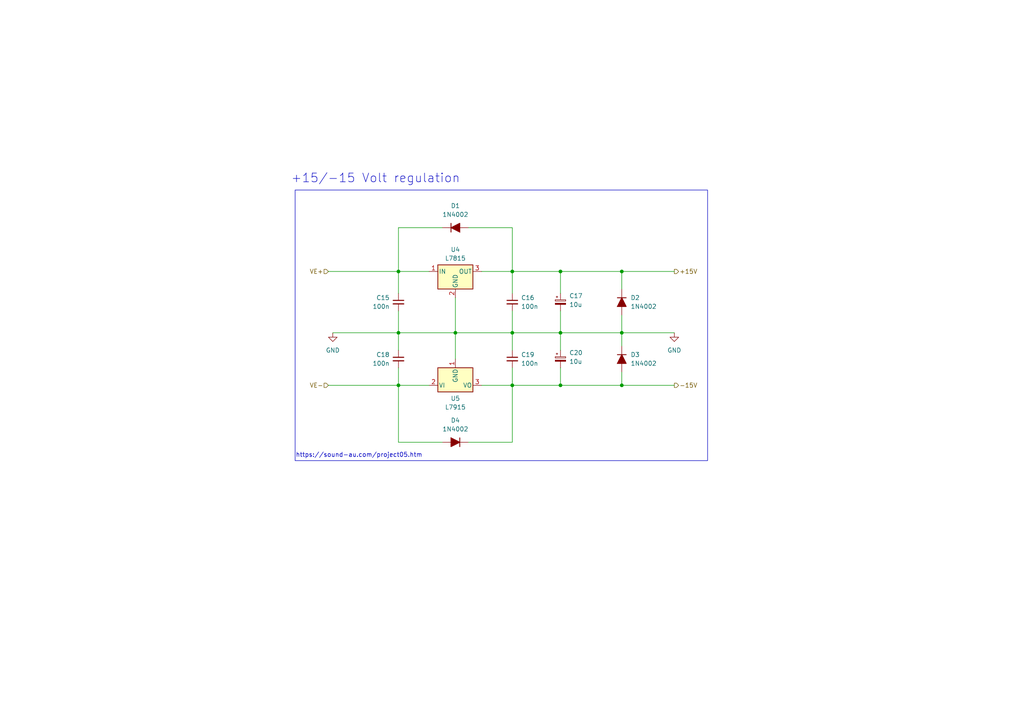
<source format=kicad_sch>
(kicad_sch
	(version 20231120)
	(generator "eeschema")
	(generator_version "8.0")
	(uuid "5a4e0a04-e41c-4eeb-9cc8-2c9c096573d6")
	(paper "A4")
	(title_block
		(title "Voltage Regulator")
		(rev "v1")
		(comment 1 "Karl Strålman")
	)
	(lib_symbols
		(symbol "Device:C_Polarized_Small"
			(pin_numbers hide)
			(pin_names
				(offset 0.254) hide)
			(exclude_from_sim no)
			(in_bom yes)
			(on_board yes)
			(property "Reference" "C"
				(at 0.254 1.778 0)
				(effects
					(font
						(size 1.27 1.27)
					)
					(justify left)
				)
			)
			(property "Value" "C_Polarized_Small"
				(at 0.254 -2.032 0)
				(effects
					(font
						(size 1.27 1.27)
					)
					(justify left)
				)
			)
			(property "Footprint" ""
				(at 0 0 0)
				(effects
					(font
						(size 1.27 1.27)
					)
					(hide yes)
				)
			)
			(property "Datasheet" "~"
				(at 0 0 0)
				(effects
					(font
						(size 1.27 1.27)
					)
					(hide yes)
				)
			)
			(property "Description" "Polarized capacitor, small symbol"
				(at 0 0 0)
				(effects
					(font
						(size 1.27 1.27)
					)
					(hide yes)
				)
			)
			(property "ki_keywords" "cap capacitor"
				(at 0 0 0)
				(effects
					(font
						(size 1.27 1.27)
					)
					(hide yes)
				)
			)
			(property "ki_fp_filters" "CP_*"
				(at 0 0 0)
				(effects
					(font
						(size 1.27 1.27)
					)
					(hide yes)
				)
			)
			(symbol "C_Polarized_Small_0_1"
				(rectangle
					(start -1.524 -0.3048)
					(end 1.524 -0.6858)
					(stroke
						(width 0)
						(type default)
					)
					(fill
						(type outline)
					)
				)
				(rectangle
					(start -1.524 0.6858)
					(end 1.524 0.3048)
					(stroke
						(width 0)
						(type default)
					)
					(fill
						(type none)
					)
				)
				(polyline
					(pts
						(xy -1.27 1.524) (xy -0.762 1.524)
					)
					(stroke
						(width 0)
						(type default)
					)
					(fill
						(type none)
					)
				)
				(polyline
					(pts
						(xy -1.016 1.27) (xy -1.016 1.778)
					)
					(stroke
						(width 0)
						(type default)
					)
					(fill
						(type none)
					)
				)
			)
			(symbol "C_Polarized_Small_1_1"
				(pin passive line
					(at 0 2.54 270)
					(length 1.8542)
					(name "~"
						(effects
							(font
								(size 1.27 1.27)
							)
						)
					)
					(number "1"
						(effects
							(font
								(size 1.27 1.27)
							)
						)
					)
				)
				(pin passive line
					(at 0 -2.54 90)
					(length 1.8542)
					(name "~"
						(effects
							(font
								(size 1.27 1.27)
							)
						)
					)
					(number "2"
						(effects
							(font
								(size 1.27 1.27)
							)
						)
					)
				)
			)
		)
		(symbol "Device:C_Small"
			(pin_numbers hide)
			(pin_names
				(offset 0.254) hide)
			(exclude_from_sim no)
			(in_bom yes)
			(on_board yes)
			(property "Reference" "C"
				(at 0.254 1.778 0)
				(effects
					(font
						(size 1.27 1.27)
					)
					(justify left)
				)
			)
			(property "Value" "C_Small"
				(at 0.254 -2.032 0)
				(effects
					(font
						(size 1.27 1.27)
					)
					(justify left)
				)
			)
			(property "Footprint" ""
				(at 0 0 0)
				(effects
					(font
						(size 1.27 1.27)
					)
					(hide yes)
				)
			)
			(property "Datasheet" "~"
				(at 0 0 0)
				(effects
					(font
						(size 1.27 1.27)
					)
					(hide yes)
				)
			)
			(property "Description" "Unpolarized capacitor, small symbol"
				(at 0 0 0)
				(effects
					(font
						(size 1.27 1.27)
					)
					(hide yes)
				)
			)
			(property "ki_keywords" "capacitor cap"
				(at 0 0 0)
				(effects
					(font
						(size 1.27 1.27)
					)
					(hide yes)
				)
			)
			(property "ki_fp_filters" "C_*"
				(at 0 0 0)
				(effects
					(font
						(size 1.27 1.27)
					)
					(hide yes)
				)
			)
			(symbol "C_Small_0_1"
				(polyline
					(pts
						(xy -1.524 -0.508) (xy 1.524 -0.508)
					)
					(stroke
						(width 0.3302)
						(type default)
					)
					(fill
						(type none)
					)
				)
				(polyline
					(pts
						(xy -1.524 0.508) (xy 1.524 0.508)
					)
					(stroke
						(width 0.3048)
						(type default)
					)
					(fill
						(type none)
					)
				)
			)
			(symbol "C_Small_1_1"
				(pin passive line
					(at 0 2.54 270)
					(length 2.032)
					(name "~"
						(effects
							(font
								(size 1.27 1.27)
							)
						)
					)
					(number "1"
						(effects
							(font
								(size 1.27 1.27)
							)
						)
					)
				)
				(pin passive line
					(at 0 -2.54 90)
					(length 2.032)
					(name "~"
						(effects
							(font
								(size 1.27 1.27)
							)
						)
					)
					(number "2"
						(effects
							(font
								(size 1.27 1.27)
							)
						)
					)
				)
			)
		)
		(symbol "PCM_Diode_AKL:1N4002"
			(pin_numbers hide)
			(pin_names
				(offset 1.016) hide)
			(exclude_from_sim no)
			(in_bom yes)
			(on_board yes)
			(property "Reference" "D"
				(at 0 5.08 0)
				(effects
					(font
						(size 1.27 1.27)
					)
				)
			)
			(property "Value" "1N4002"
				(at 0 2.54 0)
				(effects
					(font
						(size 1.27 1.27)
					)
				)
			)
			(property "Footprint" "PCM_Diode_THT_AKL:D_DO-41_SOD81_P7.62mm_Horizontal"
				(at 0 0 0)
				(effects
					(font
						(size 1.27 1.27)
					)
					(hide yes)
				)
			)
			(property "Datasheet" "https://www.tme.eu/Document/5f8ffc5ac30fc86bac97d66040bf5502/1n400x.pdf"
				(at 0 0 0)
				(effects
					(font
						(size 1.27 1.27)
					)
					(hide yes)
				)
			)
			(property "Description" "DO-41 Diode, Rectifier, 100V, 1A, Alternate KiCad Library"
				(at 0 0 0)
				(effects
					(font
						(size 1.27 1.27)
					)
					(hide yes)
				)
			)
			(property "ki_keywords" "diode 1N4002 DO41"
				(at 0 0 0)
				(effects
					(font
						(size 1.27 1.27)
					)
					(hide yes)
				)
			)
			(property "ki_fp_filters" "TO-???* *_Diode_* *SingleDiode* D_*"
				(at 0 0 0)
				(effects
					(font
						(size 1.27 1.27)
					)
					(hide yes)
				)
			)
			(symbol "1N4002_0_1"
				(polyline
					(pts
						(xy -1.27 0) (xy 1.27 0)
					)
					(stroke
						(width 0)
						(type default)
					)
					(fill
						(type none)
					)
				)
				(polyline
					(pts
						(xy 1.27 1.27) (xy 1.27 -1.27)
					)
					(stroke
						(width 0.254)
						(type default)
					)
					(fill
						(type none)
					)
				)
				(polyline
					(pts
						(xy -1.27 1.27) (xy -1.27 -1.27) (xy 1.27 0) (xy -1.27 1.27)
					)
					(stroke
						(width 0.254)
						(type default)
					)
					(fill
						(type outline)
					)
				)
			)
			(symbol "1N4002_0_2"
				(polyline
					(pts
						(xy -2.54 -2.54) (xy 2.54 2.54)
					)
					(stroke
						(width 0)
						(type default)
					)
					(fill
						(type none)
					)
				)
				(polyline
					(pts
						(xy 0 1.778) (xy 1.778 0)
					)
					(stroke
						(width 0.254)
						(type default)
					)
					(fill
						(type none)
					)
				)
				(polyline
					(pts
						(xy -0.889 -0.889) (xy -1.778 0) (xy 0.889 0.889) (xy 0 -1.778) (xy -0.889 -0.889)
					)
					(stroke
						(width 0.254)
						(type default)
					)
					(fill
						(type outline)
					)
				)
			)
			(symbol "1N4002_1_1"
				(pin passive line
					(at 3.81 0 180)
					(length 2.54)
					(name "K"
						(effects
							(font
								(size 1.27 1.27)
							)
						)
					)
					(number "1"
						(effects
							(font
								(size 1.27 1.27)
							)
						)
					)
				)
				(pin passive line
					(at -3.81 0 0)
					(length 2.54)
					(name "A"
						(effects
							(font
								(size 1.27 1.27)
							)
						)
					)
					(number "2"
						(effects
							(font
								(size 1.27 1.27)
							)
						)
					)
				)
			)
			(symbol "1N4002_1_2"
				(pin passive line
					(at 2.54 2.54 180)
					(length 0)
					(name "K"
						(effects
							(font
								(size 1.27 1.27)
							)
						)
					)
					(number "1"
						(effects
							(font
								(size 1.27 1.27)
							)
						)
					)
				)
				(pin passive line
					(at -2.54 -2.54 0)
					(length 0)
					(name "A"
						(effects
							(font
								(size 1.27 1.27)
							)
						)
					)
					(number "2"
						(effects
							(font
								(size 1.27 1.27)
							)
						)
					)
				)
			)
		)
		(symbol "Regulator_Linear:L7815"
			(pin_names
				(offset 0.254)
			)
			(exclude_from_sim no)
			(in_bom yes)
			(on_board yes)
			(property "Reference" "U"
				(at -3.81 3.175 0)
				(effects
					(font
						(size 1.27 1.27)
					)
				)
			)
			(property "Value" "L7815"
				(at 0 3.175 0)
				(effects
					(font
						(size 1.27 1.27)
					)
					(justify left)
				)
			)
			(property "Footprint" ""
				(at 0.635 -3.81 0)
				(effects
					(font
						(size 1.27 1.27)
						(italic yes)
					)
					(justify left)
					(hide yes)
				)
			)
			(property "Datasheet" "http://www.st.com/content/ccc/resource/technical/document/datasheet/41/4f/b3/b0/12/d4/47/88/CD00000444.pdf/files/CD00000444.pdf/jcr:content/translations/en.CD00000444.pdf"
				(at 0 -1.27 0)
				(effects
					(font
						(size 1.27 1.27)
					)
					(hide yes)
				)
			)
			(property "Description" "Positive 1.5A 35V Linear Regulator, Fixed Output 15V, TO-220/TO-263/TO-252"
				(at 0 0 0)
				(effects
					(font
						(size 1.27 1.27)
					)
					(hide yes)
				)
			)
			(property "ki_keywords" "Voltage Regulator 1.5A Positive"
				(at 0 0 0)
				(effects
					(font
						(size 1.27 1.27)
					)
					(hide yes)
				)
			)
			(property "ki_fp_filters" "TO?252* TO?263* TO?220*"
				(at 0 0 0)
				(effects
					(font
						(size 1.27 1.27)
					)
					(hide yes)
				)
			)
			(symbol "L7815_0_1"
				(rectangle
					(start -5.08 1.905)
					(end 5.08 -5.08)
					(stroke
						(width 0.254)
						(type default)
					)
					(fill
						(type background)
					)
				)
			)
			(symbol "L7815_1_1"
				(pin power_in line
					(at -7.62 0 0)
					(length 2.54)
					(name "IN"
						(effects
							(font
								(size 1.27 1.27)
							)
						)
					)
					(number "1"
						(effects
							(font
								(size 1.27 1.27)
							)
						)
					)
				)
				(pin power_in line
					(at 0 -7.62 90)
					(length 2.54)
					(name "GND"
						(effects
							(font
								(size 1.27 1.27)
							)
						)
					)
					(number "2"
						(effects
							(font
								(size 1.27 1.27)
							)
						)
					)
				)
				(pin power_out line
					(at 7.62 0 180)
					(length 2.54)
					(name "OUT"
						(effects
							(font
								(size 1.27 1.27)
							)
						)
					)
					(number "3"
						(effects
							(font
								(size 1.27 1.27)
							)
						)
					)
				)
			)
		)
		(symbol "Regulator_Linear:L7915"
			(pin_names
				(offset 0.254)
			)
			(exclude_from_sim no)
			(in_bom yes)
			(on_board yes)
			(property "Reference" "U"
				(at -3.81 -3.175 0)
				(effects
					(font
						(size 1.27 1.27)
					)
				)
			)
			(property "Value" "L7915"
				(at 0 -3.175 0)
				(effects
					(font
						(size 1.27 1.27)
					)
					(justify left)
				)
			)
			(property "Footprint" ""
				(at 0 -5.08 0)
				(effects
					(font
						(size 1.27 1.27)
						(italic yes)
					)
					(hide yes)
				)
			)
			(property "Datasheet" "http://www.st.com/content/ccc/resource/technical/document/datasheet/c9/16/86/41/c7/2b/45/f2/CD00000450.pdf/files/CD00000450.pdf/jcr:content/translations/en.CD00000450.pdf"
				(at 0 0 0)
				(effects
					(font
						(size 1.27 1.27)
					)
					(hide yes)
				)
			)
			(property "Description" "Negative 1.5A 35V Linear Regulator, Fixed Output -15V, TO-220/TO-263"
				(at 0 0 0)
				(effects
					(font
						(size 1.27 1.27)
					)
					(hide yes)
				)
			)
			(property "ki_keywords" "Voltage Regulator 1.5A Negative"
				(at 0 0 0)
				(effects
					(font
						(size 1.27 1.27)
					)
					(hide yes)
				)
			)
			(property "ki_fp_filters" "TO?220* TO?263*"
				(at 0 0 0)
				(effects
					(font
						(size 1.27 1.27)
					)
					(hide yes)
				)
			)
			(symbol "L7915_0_1"
				(rectangle
					(start -5.08 5.08)
					(end 5.08 -1.905)
					(stroke
						(width 0.254)
						(type default)
					)
					(fill
						(type background)
					)
				)
			)
			(symbol "L7915_1_1"
				(pin power_in line
					(at 0 7.62 270)
					(length 2.54)
					(name "GND"
						(effects
							(font
								(size 1.27 1.27)
							)
						)
					)
					(number "1"
						(effects
							(font
								(size 1.27 1.27)
							)
						)
					)
				)
				(pin power_in line
					(at -7.62 0 0)
					(length 2.54)
					(name "VI"
						(effects
							(font
								(size 1.27 1.27)
							)
						)
					)
					(number "2"
						(effects
							(font
								(size 1.27 1.27)
							)
						)
					)
				)
				(pin power_out line
					(at 7.62 0 180)
					(length 2.54)
					(name "VO"
						(effects
							(font
								(size 1.27 1.27)
							)
						)
					)
					(number "3"
						(effects
							(font
								(size 1.27 1.27)
							)
						)
					)
				)
			)
		)
		(symbol "power:GND"
			(power)
			(pin_numbers hide)
			(pin_names
				(offset 0) hide)
			(exclude_from_sim no)
			(in_bom yes)
			(on_board yes)
			(property "Reference" "#PWR"
				(at 0 -6.35 0)
				(effects
					(font
						(size 1.27 1.27)
					)
					(hide yes)
				)
			)
			(property "Value" "GND"
				(at 0 -3.81 0)
				(effects
					(font
						(size 1.27 1.27)
					)
				)
			)
			(property "Footprint" ""
				(at 0 0 0)
				(effects
					(font
						(size 1.27 1.27)
					)
					(hide yes)
				)
			)
			(property "Datasheet" ""
				(at 0 0 0)
				(effects
					(font
						(size 1.27 1.27)
					)
					(hide yes)
				)
			)
			(property "Description" "Power symbol creates a global label with name \"GND\" , ground"
				(at 0 0 0)
				(effects
					(font
						(size 1.27 1.27)
					)
					(hide yes)
				)
			)
			(property "ki_keywords" "global power"
				(at 0 0 0)
				(effects
					(font
						(size 1.27 1.27)
					)
					(hide yes)
				)
			)
			(symbol "GND_0_1"
				(polyline
					(pts
						(xy 0 0) (xy 0 -1.27) (xy 1.27 -1.27) (xy 0 -2.54) (xy -1.27 -1.27) (xy 0 -1.27)
					)
					(stroke
						(width 0)
						(type default)
					)
					(fill
						(type none)
					)
				)
			)
			(symbol "GND_1_1"
				(pin power_in line
					(at 0 0 270)
					(length 0)
					(name "~"
						(effects
							(font
								(size 1.27 1.27)
							)
						)
					)
					(number "1"
						(effects
							(font
								(size 1.27 1.27)
							)
						)
					)
				)
			)
		)
	)
	(junction
		(at 180.34 96.52)
		(diameter 0)
		(color 0 0 0 0)
		(uuid "03d80d21-829b-4d2b-9c30-41297c5e0af6")
	)
	(junction
		(at 162.56 111.76)
		(diameter 0)
		(color 0 0 0 0)
		(uuid "04878b46-8040-4009-8145-c38a76bd5df4")
	)
	(junction
		(at 148.59 78.74)
		(diameter 0)
		(color 0 0 0 0)
		(uuid "6af8d73c-7979-47b6-a903-d87be50b7abb")
	)
	(junction
		(at 115.57 78.74)
		(diameter 0)
		(color 0 0 0 0)
		(uuid "6f08912f-7123-45f5-a618-5b177569e7cf")
	)
	(junction
		(at 162.56 78.74)
		(diameter 0)
		(color 0 0 0 0)
		(uuid "7390e08a-d562-4935-928e-4942c61126b2")
	)
	(junction
		(at 115.57 111.76)
		(diameter 0)
		(color 0 0 0 0)
		(uuid "7c0aaa5f-6810-412a-a607-ee9a5c9a576d")
	)
	(junction
		(at 180.34 78.74)
		(diameter 0)
		(color 0 0 0 0)
		(uuid "8d24d9cb-6851-4301-8c63-28df3598ed93")
	)
	(junction
		(at 148.59 96.52)
		(diameter 0)
		(color 0 0 0 0)
		(uuid "a476d782-8a44-4010-ae10-5f1299506d82")
	)
	(junction
		(at 132.08 96.52)
		(diameter 0)
		(color 0 0 0 0)
		(uuid "b5241f18-ebe5-4410-8495-ea1e023bb1d9")
	)
	(junction
		(at 148.59 111.76)
		(diameter 0)
		(color 0 0 0 0)
		(uuid "d1e66296-5a3f-47b3-b317-a65e4c4d357e")
	)
	(junction
		(at 162.56 96.52)
		(diameter 0)
		(color 0 0 0 0)
		(uuid "d2f7f7e8-f9ac-4860-8db5-c65ac48e229a")
	)
	(junction
		(at 115.57 96.52)
		(diameter 0)
		(color 0 0 0 0)
		(uuid "da653dd8-74ae-4fb1-8e0b-ecc696ec4eda")
	)
	(junction
		(at 180.34 111.76)
		(diameter 0)
		(color 0 0 0 0)
		(uuid "e79fa8b2-d9bc-4688-a28a-948dd29e32bf")
	)
	(wire
		(pts
			(xy 148.59 78.74) (xy 162.56 78.74)
		)
		(stroke
			(width 0)
			(type default)
		)
		(uuid "00d49975-0e11-4ebc-922c-307d87b6fb9f")
	)
	(wire
		(pts
			(xy 180.34 83.82) (xy 180.34 78.74)
		)
		(stroke
			(width 0)
			(type default)
		)
		(uuid "06ccb9c2-8e8e-4542-8f79-9def17b2e5b3")
	)
	(wire
		(pts
			(xy 148.59 66.04) (xy 148.59 78.74)
		)
		(stroke
			(width 0)
			(type default)
		)
		(uuid "0b604cff-5a55-46c7-8383-6eb91765b250")
	)
	(wire
		(pts
			(xy 115.57 90.17) (xy 115.57 96.52)
		)
		(stroke
			(width 0)
			(type default)
		)
		(uuid "0f3cdaa2-c891-46fa-99e0-e7856875a892")
	)
	(wire
		(pts
			(xy 162.56 111.76) (xy 180.34 111.76)
		)
		(stroke
			(width 0)
			(type default)
		)
		(uuid "14f7349f-26b3-4a5f-a4b2-945926a7ff4b")
	)
	(wire
		(pts
			(xy 96.52 96.52) (xy 115.57 96.52)
		)
		(stroke
			(width 0)
			(type default)
		)
		(uuid "2177aaac-3628-44cd-b53f-33236cc6caaa")
	)
	(wire
		(pts
			(xy 115.57 96.52) (xy 115.57 101.6)
		)
		(stroke
			(width 0)
			(type default)
		)
		(uuid "2555addc-3a52-42ef-be10-e45695e39ca9")
	)
	(wire
		(pts
			(xy 148.59 96.52) (xy 148.59 101.6)
		)
		(stroke
			(width 0)
			(type default)
		)
		(uuid "255cf5be-0dd2-4e4a-afb6-a89ee57596e0")
	)
	(wire
		(pts
			(xy 132.08 96.52) (xy 148.59 96.52)
		)
		(stroke
			(width 0)
			(type default)
		)
		(uuid "3610244b-8b82-43a3-b84b-973ef596500d")
	)
	(wire
		(pts
			(xy 148.59 111.76) (xy 139.7 111.76)
		)
		(stroke
			(width 0)
			(type default)
		)
		(uuid "5d863668-2729-4337-be21-af5bdeb2710f")
	)
	(wire
		(pts
			(xy 124.46 78.74) (xy 115.57 78.74)
		)
		(stroke
			(width 0)
			(type default)
		)
		(uuid "62253d6e-61a4-4a3b-97e4-2305e70decc1")
	)
	(wire
		(pts
			(xy 162.56 106.68) (xy 162.56 111.76)
		)
		(stroke
			(width 0)
			(type default)
		)
		(uuid "62891834-3475-4b64-9871-c82e3c157c0d")
	)
	(wire
		(pts
			(xy 115.57 96.52) (xy 132.08 96.52)
		)
		(stroke
			(width 0)
			(type default)
		)
		(uuid "69019c12-b093-4db0-bcd1-4901d2013209")
	)
	(wire
		(pts
			(xy 148.59 78.74) (xy 148.59 85.09)
		)
		(stroke
			(width 0)
			(type default)
		)
		(uuid "6ef143c5-c019-4b3e-b830-b19a73050317")
	)
	(wire
		(pts
			(xy 162.56 78.74) (xy 180.34 78.74)
		)
		(stroke
			(width 0)
			(type default)
		)
		(uuid "7b2fd40c-0c2f-4829-9e6a-4e07c6f86ee5")
	)
	(wire
		(pts
			(xy 148.59 90.17) (xy 148.59 96.52)
		)
		(stroke
			(width 0)
			(type default)
		)
		(uuid "7c4c0354-0623-4bb9-9e9e-cde69485c9da")
	)
	(wire
		(pts
			(xy 132.08 86.36) (xy 132.08 96.52)
		)
		(stroke
			(width 0)
			(type default)
		)
		(uuid "8136dcce-8195-4dcf-a4ef-cc6725539180")
	)
	(wire
		(pts
			(xy 162.56 96.52) (xy 162.56 101.6)
		)
		(stroke
			(width 0)
			(type default)
		)
		(uuid "88d906af-9bee-4922-b551-8c7c32817036")
	)
	(wire
		(pts
			(xy 180.34 91.44) (xy 180.34 96.52)
		)
		(stroke
			(width 0)
			(type default)
		)
		(uuid "901ae660-ecaf-446f-86ac-d335345ea460")
	)
	(wire
		(pts
			(xy 180.34 111.76) (xy 195.58 111.76)
		)
		(stroke
			(width 0)
			(type default)
		)
		(uuid "9531d4d3-cac5-44ee-809b-29e366163e2e")
	)
	(wire
		(pts
			(xy 162.56 85.09) (xy 162.56 78.74)
		)
		(stroke
			(width 0)
			(type default)
		)
		(uuid "956a16c7-0850-444e-b64b-b19b853199d3")
	)
	(wire
		(pts
			(xy 135.89 128.27) (xy 148.59 128.27)
		)
		(stroke
			(width 0)
			(type default)
		)
		(uuid "96614f98-9b84-4256-ae9f-443265240c68")
	)
	(wire
		(pts
			(xy 148.59 78.74) (xy 139.7 78.74)
		)
		(stroke
			(width 0)
			(type default)
		)
		(uuid "9da78fee-1384-4fe5-a7cd-92d350bf1af0")
	)
	(wire
		(pts
			(xy 115.57 111.76) (xy 124.46 111.76)
		)
		(stroke
			(width 0)
			(type default)
		)
		(uuid "a44293c7-1ea1-45b5-a222-33374d1071e9")
	)
	(wire
		(pts
			(xy 148.59 111.76) (xy 162.56 111.76)
		)
		(stroke
			(width 0)
			(type default)
		)
		(uuid "a45e82e3-5fa8-4adc-99b3-a1d5fc6b9bcb")
	)
	(wire
		(pts
			(xy 132.08 96.52) (xy 132.08 104.14)
		)
		(stroke
			(width 0)
			(type default)
		)
		(uuid "b03eb4bd-088c-474e-8803-7ffe414a7244")
	)
	(wire
		(pts
			(xy 115.57 78.74) (xy 115.57 66.04)
		)
		(stroke
			(width 0)
			(type default)
		)
		(uuid "b6d14a26-93a7-44c9-9c1f-7bf195fbc0ff")
	)
	(wire
		(pts
			(xy 115.57 106.68) (xy 115.57 111.76)
		)
		(stroke
			(width 0)
			(type default)
		)
		(uuid "b9e1aff0-9aed-4549-a645-59076bbb5b0e")
	)
	(wire
		(pts
			(xy 95.25 78.74) (xy 115.57 78.74)
		)
		(stroke
			(width 0)
			(type default)
		)
		(uuid "ba2cbad8-d63d-445d-a21f-135bfcf08397")
	)
	(wire
		(pts
			(xy 115.57 128.27) (xy 128.27 128.27)
		)
		(stroke
			(width 0)
			(type default)
		)
		(uuid "bc44dfff-5e69-48b0-b277-81cc3e43afdd")
	)
	(wire
		(pts
			(xy 115.57 111.76) (xy 115.57 128.27)
		)
		(stroke
			(width 0)
			(type default)
		)
		(uuid "bdc709ec-d209-47bc-baf0-201b671cc5a8")
	)
	(wire
		(pts
			(xy 162.56 90.17) (xy 162.56 96.52)
		)
		(stroke
			(width 0)
			(type default)
		)
		(uuid "c2a1ac38-972c-48c9-910d-e36f9dfc7c13")
	)
	(wire
		(pts
			(xy 115.57 66.04) (xy 128.27 66.04)
		)
		(stroke
			(width 0)
			(type default)
		)
		(uuid "c32e7676-3f16-46fd-b1ff-97140162f144")
	)
	(wire
		(pts
			(xy 148.59 96.52) (xy 162.56 96.52)
		)
		(stroke
			(width 0)
			(type default)
		)
		(uuid "c50aac93-f50d-43bd-ae37-74af8974b3aa")
	)
	(wire
		(pts
			(xy 135.89 66.04) (xy 148.59 66.04)
		)
		(stroke
			(width 0)
			(type default)
		)
		(uuid "c6866f60-3290-4c86-bd63-58fee53d3f11")
	)
	(wire
		(pts
			(xy 148.59 106.68) (xy 148.59 111.76)
		)
		(stroke
			(width 0)
			(type default)
		)
		(uuid "cf125f9f-5065-4e75-8df0-f1f30bcc35a3")
	)
	(wire
		(pts
			(xy 148.59 128.27) (xy 148.59 111.76)
		)
		(stroke
			(width 0)
			(type default)
		)
		(uuid "cf3a7ad2-e423-4d7c-a9ea-728d40c77741")
	)
	(wire
		(pts
			(xy 95.25 111.76) (xy 115.57 111.76)
		)
		(stroke
			(width 0)
			(type default)
		)
		(uuid "cfa0f610-5a39-4635-900b-4193fe08a2c5")
	)
	(wire
		(pts
			(xy 180.34 96.52) (xy 180.34 100.33)
		)
		(stroke
			(width 0)
			(type default)
		)
		(uuid "e82fdd73-bd3b-4129-8fa9-875df7310a37")
	)
	(wire
		(pts
			(xy 180.34 78.74) (xy 195.58 78.74)
		)
		(stroke
			(width 0)
			(type default)
		)
		(uuid "ef9cbfd7-4f3d-4c56-bffc-856515c5e951")
	)
	(wire
		(pts
			(xy 162.56 96.52) (xy 180.34 96.52)
		)
		(stroke
			(width 0)
			(type default)
		)
		(uuid "f9b90d29-3d65-496d-8de2-ae49998e3c29")
	)
	(wire
		(pts
			(xy 115.57 78.74) (xy 115.57 85.09)
		)
		(stroke
			(width 0)
			(type default)
		)
		(uuid "fa7102e9-3ae1-487a-b967-7ed451baeea6")
	)
	(wire
		(pts
			(xy 180.34 96.52) (xy 195.58 96.52)
		)
		(stroke
			(width 0)
			(type default)
		)
		(uuid "fc012622-481e-4e63-93de-f8c2c257fbc8")
	)
	(wire
		(pts
			(xy 180.34 107.95) (xy 180.34 111.76)
		)
		(stroke
			(width 0)
			(type default)
		)
		(uuid "ff8b69cd-7822-4eed-911c-551ee2b02259")
	)
	(rectangle
		(start 85.598 55.118)
		(end 205.232 133.604)
		(stroke
			(width 0)
			(type default)
		)
		(fill
			(type none)
		)
		(uuid 82bbcf19-5ae1-47c9-8b33-ce702ae26816)
	)
	(text "+15/-15 Volt regulation"
		(exclude_from_sim no)
		(at 84.328 51.816 0)
		(effects
			(font
				(size 2.54 2.54)
			)
			(justify left)
		)
		(uuid "5c53f5d1-900d-41b3-bac8-244313eec826")
	)
	(text "https://sound-au.com/project05.htm"
		(exclude_from_sim no)
		(at 104.14 132.08 0)
		(effects
			(font
				(size 1.27 1.27)
			)
		)
		(uuid "fb495599-2446-4433-984a-975c808e04c6")
	)
	(hierarchical_label "VE+"
		(shape input)
		(at 95.25 78.74 180)
		(fields_autoplaced yes)
		(effects
			(font
				(size 1.27 1.27)
			)
			(justify right)
		)
		(uuid "3ff52182-a1a7-41bf-912f-ecc7b139f08a")
	)
	(hierarchical_label "+15V"
		(shape output)
		(at 195.58 78.74 0)
		(fields_autoplaced yes)
		(effects
			(font
				(size 1.27 1.27)
			)
			(justify left)
		)
		(uuid "586d23c5-c3cc-4e73-9069-4bb1befcb73e")
	)
	(hierarchical_label "VE-"
		(shape input)
		(at 95.25 111.76 180)
		(fields_autoplaced yes)
		(effects
			(font
				(size 1.27 1.27)
			)
			(justify right)
		)
		(uuid "db3a88a4-a878-4fef-a116-49695cf3204e")
	)
	(hierarchical_label "-15V"
		(shape output)
		(at 195.58 111.76 0)
		(fields_autoplaced yes)
		(effects
			(font
				(size 1.27 1.27)
			)
			(justify left)
		)
		(uuid "eb6d55a7-42b9-4e74-bd0a-15e2c4786b57")
	)
	(symbol
		(lib_id "Regulator_Linear:L7915")
		(at 132.08 111.76 0)
		(unit 1)
		(exclude_from_sim no)
		(in_bom yes)
		(on_board yes)
		(dnp no)
		(fields_autoplaced yes)
		(uuid "30dbcc94-a7b7-4bbe-af27-ca4f3be16ce1")
		(property "Reference" "U5"
			(at 132.08 115.57 0)
			(effects
				(font
					(size 1.27 1.27)
				)
			)
		)
		(property "Value" "L7915"
			(at 132.08 118.11 0)
			(effects
				(font
					(size 1.27 1.27)
				)
			)
		)
		(property "Footprint" "PCM_Package_TO_SOT_THT_AKL:TO-220-3_Horizontal_TabUp"
			(at 132.08 116.84 0)
			(effects
				(font
					(size 1.27 1.27)
					(italic yes)
				)
				(hide yes)
			)
		)
		(property "Datasheet" "http://www.st.com/content/ccc/resource/technical/document/datasheet/c9/16/86/41/c7/2b/45/f2/CD00000450.pdf/files/CD00000450.pdf/jcr:content/translations/en.CD00000450.pdf"
			(at 132.08 111.76 0)
			(effects
				(font
					(size 1.27 1.27)
				)
				(hide yes)
			)
		)
		(property "Description" "Negative 1.5A 35V Linear Regulator, Fixed Output -15V, TO-220/TO-263"
			(at 132.08 111.76 0)
			(effects
				(font
					(size 1.27 1.27)
				)
				(hide yes)
			)
		)
		(pin "2"
			(uuid "4a1c9bc3-9dc9-4f3f-9121-481c76b70e79")
		)
		(pin "3"
			(uuid "49ab8618-cf18-4dfb-8bd4-128afb0a0fd0")
		)
		(pin "1"
			(uuid "bcef8e54-e977-46e5-ac60-47c07860c293")
		)
		(instances
			(project ""
				(path "/752fb79e-9761-444d-aeb7-c2757f987636/3acb23c5-20cb-4e0f-aa3a-0d8abd1331c4"
					(reference "U5")
					(unit 1)
				)
			)
		)
	)
	(symbol
		(lib_id "Device:C_Small")
		(at 148.59 87.63 0)
		(unit 1)
		(exclude_from_sim no)
		(in_bom yes)
		(on_board yes)
		(dnp no)
		(uuid "4ed4fe36-37ea-41db-841f-3f284afea588")
		(property "Reference" "C16"
			(at 151.13 86.3662 0)
			(effects
				(font
					(size 1.27 1.27)
				)
				(justify left)
			)
		)
		(property "Value" "100n"
			(at 151.13 88.9062 0)
			(effects
				(font
					(size 1.27 1.27)
				)
				(justify left)
			)
		)
		(property "Footprint" "Capacitor_SMD:C_0603_1608Metric_Pad1.08x0.95mm_HandSolder"
			(at 148.59 87.63 0)
			(effects
				(font
					(size 1.27 1.27)
				)
				(hide yes)
			)
		)
		(property "Datasheet" "~"
			(at 148.59 87.63 0)
			(effects
				(font
					(size 1.27 1.27)
				)
				(hide yes)
			)
		)
		(property "Description" "Unpolarized capacitor, small symbol"
			(at 148.59 87.63 0)
			(effects
				(font
					(size 1.27 1.27)
				)
				(hide yes)
			)
		)
		(pin "1"
			(uuid "fc42c2df-9ea7-472e-8499-eeafe81b2285")
		)
		(pin "2"
			(uuid "501e3073-9dd5-4d94-9085-44f917beddfe")
		)
		(instances
			(project "riaa_preamp"
				(path "/752fb79e-9761-444d-aeb7-c2757f987636/3acb23c5-20cb-4e0f-aa3a-0d8abd1331c4"
					(reference "C16")
					(unit 1)
				)
			)
		)
	)
	(symbol
		(lib_id "Regulator_Linear:L7815")
		(at 132.08 78.74 0)
		(unit 1)
		(exclude_from_sim no)
		(in_bom yes)
		(on_board yes)
		(dnp no)
		(fields_autoplaced yes)
		(uuid "6da8e588-1302-4f56-a03b-a0b130d93a84")
		(property "Reference" "U4"
			(at 132.08 72.39 0)
			(effects
				(font
					(size 1.27 1.27)
				)
			)
		)
		(property "Value" "L7815"
			(at 132.08 74.93 0)
			(effects
				(font
					(size 1.27 1.27)
				)
			)
		)
		(property "Footprint" "PCM_Package_TO_SOT_THT_AKL:TO-220-3_Horizontal_TabUp"
			(at 132.715 82.55 0)
			(effects
				(font
					(size 1.27 1.27)
					(italic yes)
				)
				(justify left)
				(hide yes)
			)
		)
		(property "Datasheet" "http://www.st.com/content/ccc/resource/technical/document/datasheet/41/4f/b3/b0/12/d4/47/88/CD00000444.pdf/files/CD00000444.pdf/jcr:content/translations/en.CD00000444.pdf"
			(at 132.08 80.01 0)
			(effects
				(font
					(size 1.27 1.27)
				)
				(hide yes)
			)
		)
		(property "Description" "Positive 1.5A 35V Linear Regulator, Fixed Output 15V, TO-220/TO-263/TO-252"
			(at 132.08 78.74 0)
			(effects
				(font
					(size 1.27 1.27)
				)
				(hide yes)
			)
		)
		(pin "2"
			(uuid "23f99d05-ca82-4ab6-9ea5-514bcae380aa")
		)
		(pin "1"
			(uuid "ccb7feee-b2b5-4e51-b52e-25689d9c8638")
		)
		(pin "3"
			(uuid "9d0918e2-fcdc-4e1e-bcb4-79d02f6e9fde")
		)
		(instances
			(project ""
				(path "/752fb79e-9761-444d-aeb7-c2757f987636/3acb23c5-20cb-4e0f-aa3a-0d8abd1331c4"
					(reference "U4")
					(unit 1)
				)
			)
		)
	)
	(symbol
		(lib_id "power:GND")
		(at 195.58 96.52 0)
		(unit 1)
		(exclude_from_sim no)
		(in_bom yes)
		(on_board yes)
		(dnp no)
		(fields_autoplaced yes)
		(uuid "78bdd047-1bc4-4630-b74e-e192f1154ff5")
		(property "Reference" "#PWR06"
			(at 195.58 102.87 0)
			(effects
				(font
					(size 1.27 1.27)
				)
				(hide yes)
			)
		)
		(property "Value" "GND"
			(at 195.58 101.6 0)
			(effects
				(font
					(size 1.27 1.27)
				)
			)
		)
		(property "Footprint" ""
			(at 195.58 96.52 0)
			(effects
				(font
					(size 1.27 1.27)
				)
				(hide yes)
			)
		)
		(property "Datasheet" ""
			(at 195.58 96.52 0)
			(effects
				(font
					(size 1.27 1.27)
				)
				(hide yes)
			)
		)
		(property "Description" "Power symbol creates a global label with name \"GND\" , ground"
			(at 195.58 96.52 0)
			(effects
				(font
					(size 1.27 1.27)
				)
				(hide yes)
			)
		)
		(pin "1"
			(uuid "86d7e19b-32f8-4912-9c1a-a6640993755d")
		)
		(instances
			(project "riaa_preamp"
				(path "/752fb79e-9761-444d-aeb7-c2757f987636/3acb23c5-20cb-4e0f-aa3a-0d8abd1331c4"
					(reference "#PWR06")
					(unit 1)
				)
			)
		)
	)
	(symbol
		(lib_id "PCM_Diode_AKL:1N4002")
		(at 132.08 66.04 180)
		(unit 1)
		(exclude_from_sim no)
		(in_bom yes)
		(on_board yes)
		(dnp no)
		(fields_autoplaced yes)
		(uuid "83756f1c-0bb8-481d-87b0-93bee3a9e9cc")
		(property "Reference" "D1"
			(at 132.08 59.69 0)
			(effects
				(font
					(size 1.27 1.27)
				)
			)
		)
		(property "Value" "1N4002"
			(at 132.08 62.23 0)
			(effects
				(font
					(size 1.27 1.27)
				)
			)
		)
		(property "Footprint" "Diode_SMD:D_SOD-123F"
			(at 132.08 66.04 0)
			(effects
				(font
					(size 1.27 1.27)
				)
				(hide yes)
			)
		)
		(property "Datasheet" "https://www.tme.eu/Document/5f8ffc5ac30fc86bac97d66040bf5502/1n400x.pdf"
			(at 132.08 66.04 0)
			(effects
				(font
					(size 1.27 1.27)
				)
				(hide yes)
			)
		)
		(property "Description" "DO-41 Diode, Rectifier, 100V, 1A, Alternate KiCad Library"
			(at 132.08 66.04 0)
			(effects
				(font
					(size 1.27 1.27)
				)
				(hide yes)
			)
		)
		(pin "1"
			(uuid "c429b1e1-4d30-4c38-af5d-9faf5f798db4")
		)
		(pin "2"
			(uuid "a3c1873f-5705-4c51-b005-6287daf588a8")
		)
		(instances
			(project ""
				(path "/752fb79e-9761-444d-aeb7-c2757f987636/3acb23c5-20cb-4e0f-aa3a-0d8abd1331c4"
					(reference "D1")
					(unit 1)
				)
			)
		)
	)
	(symbol
		(lib_id "Device:C_Small")
		(at 115.57 104.14 0)
		(mirror y)
		(unit 1)
		(exclude_from_sim no)
		(in_bom yes)
		(on_board yes)
		(dnp no)
		(uuid "8a427ba7-f4e8-4c8e-843f-532503d3f7f1")
		(property "Reference" "C18"
			(at 113.03 102.8762 0)
			(effects
				(font
					(size 1.27 1.27)
				)
				(justify left)
			)
		)
		(property "Value" "100n"
			(at 113.03 105.4162 0)
			(effects
				(font
					(size 1.27 1.27)
				)
				(justify left)
			)
		)
		(property "Footprint" "Capacitor_SMD:C_0603_1608Metric_Pad1.08x0.95mm_HandSolder"
			(at 115.57 104.14 0)
			(effects
				(font
					(size 1.27 1.27)
				)
				(hide yes)
			)
		)
		(property "Datasheet" "~"
			(at 115.57 104.14 0)
			(effects
				(font
					(size 1.27 1.27)
				)
				(hide yes)
			)
		)
		(property "Description" "Unpolarized capacitor, small symbol"
			(at 115.57 104.14 0)
			(effects
				(font
					(size 1.27 1.27)
				)
				(hide yes)
			)
		)
		(pin "1"
			(uuid "b6fee7d5-f201-41ab-a4d3-a992674314c3")
		)
		(pin "2"
			(uuid "506e3a3c-45e4-4655-816e-6961c743f765")
		)
		(instances
			(project "riaa_preamp"
				(path "/752fb79e-9761-444d-aeb7-c2757f987636/3acb23c5-20cb-4e0f-aa3a-0d8abd1331c4"
					(reference "C18")
					(unit 1)
				)
			)
		)
	)
	(symbol
		(lib_id "Device:C_Small")
		(at 115.57 87.63 0)
		(mirror y)
		(unit 1)
		(exclude_from_sim no)
		(in_bom yes)
		(on_board yes)
		(dnp no)
		(uuid "91d2f2a4-4f04-4f4d-9afe-9713170ece06")
		(property "Reference" "C15"
			(at 113.03 86.3662 0)
			(effects
				(font
					(size 1.27 1.27)
				)
				(justify left)
			)
		)
		(property "Value" "100n"
			(at 113.03 88.9062 0)
			(effects
				(font
					(size 1.27 1.27)
				)
				(justify left)
			)
		)
		(property "Footprint" "Capacitor_SMD:C_0603_1608Metric_Pad1.08x0.95mm_HandSolder"
			(at 115.57 87.63 0)
			(effects
				(font
					(size 1.27 1.27)
				)
				(hide yes)
			)
		)
		(property "Datasheet" "~"
			(at 115.57 87.63 0)
			(effects
				(font
					(size 1.27 1.27)
				)
				(hide yes)
			)
		)
		(property "Description" "Unpolarized capacitor, small symbol"
			(at 115.57 87.63 0)
			(effects
				(font
					(size 1.27 1.27)
				)
				(hide yes)
			)
		)
		(pin "1"
			(uuid "45cc4706-0ae7-4b31-95f2-76150428468d")
		)
		(pin "2"
			(uuid "9fc82f44-3ecd-4d22-8822-e0bc49a6a5ae")
		)
		(instances
			(project ""
				(path "/752fb79e-9761-444d-aeb7-c2757f987636/3acb23c5-20cb-4e0f-aa3a-0d8abd1331c4"
					(reference "C15")
					(unit 1)
				)
			)
		)
	)
	(symbol
		(lib_id "PCM_Diode_AKL:1N4002")
		(at 180.34 104.14 90)
		(unit 1)
		(exclude_from_sim no)
		(in_bom yes)
		(on_board yes)
		(dnp no)
		(fields_autoplaced yes)
		(uuid "9cf7c7a3-7106-45fe-8575-d2ce08103470")
		(property "Reference" "D3"
			(at 182.88 102.8699 90)
			(effects
				(font
					(size 1.27 1.27)
				)
				(justify right)
			)
		)
		(property "Value" "1N4002"
			(at 182.88 105.4099 90)
			(effects
				(font
					(size 1.27 1.27)
				)
				(justify right)
			)
		)
		(property "Footprint" "Diode_SMD:D_SOD-123F"
			(at 180.34 104.14 0)
			(effects
				(font
					(size 1.27 1.27)
				)
				(hide yes)
			)
		)
		(property "Datasheet" "https://www.tme.eu/Document/5f8ffc5ac30fc86bac97d66040bf5502/1n400x.pdf"
			(at 180.34 104.14 0)
			(effects
				(font
					(size 1.27 1.27)
				)
				(hide yes)
			)
		)
		(property "Description" "DO-41 Diode, Rectifier, 100V, 1A, Alternate KiCad Library"
			(at 180.34 104.14 0)
			(effects
				(font
					(size 1.27 1.27)
				)
				(hide yes)
			)
		)
		(pin "1"
			(uuid "0b216fd0-8e54-4802-be0a-ee58721d09ee")
		)
		(pin "2"
			(uuid "1c6f2169-e017-4b0b-83a1-699039104366")
		)
		(instances
			(project "riaa_preamp"
				(path "/752fb79e-9761-444d-aeb7-c2757f987636/3acb23c5-20cb-4e0f-aa3a-0d8abd1331c4"
					(reference "D3")
					(unit 1)
				)
			)
		)
	)
	(symbol
		(lib_id "PCM_Diode_AKL:1N4002")
		(at 132.08 128.27 0)
		(unit 1)
		(exclude_from_sim no)
		(in_bom yes)
		(on_board yes)
		(dnp no)
		(fields_autoplaced yes)
		(uuid "c2bee56f-769f-4bec-b0a4-6fb448e5cd4a")
		(property "Reference" "D4"
			(at 132.08 121.92 0)
			(effects
				(font
					(size 1.27 1.27)
				)
			)
		)
		(property "Value" "1N4002"
			(at 132.08 124.46 0)
			(effects
				(font
					(size 1.27 1.27)
				)
			)
		)
		(property "Footprint" "Diode_SMD:D_SOD-123F"
			(at 132.08 128.27 0)
			(effects
				(font
					(size 1.27 1.27)
				)
				(hide yes)
			)
		)
		(property "Datasheet" "https://www.tme.eu/Document/5f8ffc5ac30fc86bac97d66040bf5502/1n400x.pdf"
			(at 132.08 128.27 0)
			(effects
				(font
					(size 1.27 1.27)
				)
				(hide yes)
			)
		)
		(property "Description" "DO-41 Diode, Rectifier, 100V, 1A, Alternate KiCad Library"
			(at 132.08 128.27 0)
			(effects
				(font
					(size 1.27 1.27)
				)
				(hide yes)
			)
		)
		(pin "1"
			(uuid "cf23344e-4beb-4077-ad5b-9365f2e7941b")
		)
		(pin "2"
			(uuid "c6dd06f1-933e-463d-b041-7f95fc002f7b")
		)
		(instances
			(project "riaa_preamp"
				(path "/752fb79e-9761-444d-aeb7-c2757f987636/3acb23c5-20cb-4e0f-aa3a-0d8abd1331c4"
					(reference "D4")
					(unit 1)
				)
			)
		)
	)
	(symbol
		(lib_id "PCM_Diode_AKL:1N4002")
		(at 180.34 87.63 90)
		(unit 1)
		(exclude_from_sim no)
		(in_bom yes)
		(on_board yes)
		(dnp no)
		(fields_autoplaced yes)
		(uuid "c5487a5f-0a25-4f54-b82b-374bb9024e94")
		(property "Reference" "D2"
			(at 182.88 86.3599 90)
			(effects
				(font
					(size 1.27 1.27)
				)
				(justify right)
			)
		)
		(property "Value" "1N4002"
			(at 182.88 88.8999 90)
			(effects
				(font
					(size 1.27 1.27)
				)
				(justify right)
			)
		)
		(property "Footprint" "Diode_SMD:D_SOD-123F"
			(at 180.34 87.63 0)
			(effects
				(font
					(size 1.27 1.27)
				)
				(hide yes)
			)
		)
		(property "Datasheet" "https://www.tme.eu/Document/5f8ffc5ac30fc86bac97d66040bf5502/1n400x.pdf"
			(at 180.34 87.63 0)
			(effects
				(font
					(size 1.27 1.27)
				)
				(hide yes)
			)
		)
		(property "Description" "DO-41 Diode, Rectifier, 100V, 1A, Alternate KiCad Library"
			(at 180.34 87.63 0)
			(effects
				(font
					(size 1.27 1.27)
				)
				(hide yes)
			)
		)
		(pin "1"
			(uuid "1763732f-a3d5-439f-8fff-e247a649ce15")
		)
		(pin "2"
			(uuid "6f475d8c-b5ed-438d-90e2-038b25a30130")
		)
		(instances
			(project "riaa_preamp"
				(path "/752fb79e-9761-444d-aeb7-c2757f987636/3acb23c5-20cb-4e0f-aa3a-0d8abd1331c4"
					(reference "D2")
					(unit 1)
				)
			)
		)
	)
	(symbol
		(lib_id "Device:C_Polarized_Small")
		(at 162.56 104.14 0)
		(unit 1)
		(exclude_from_sim no)
		(in_bom yes)
		(on_board yes)
		(dnp no)
		(fields_autoplaced yes)
		(uuid "c682285d-6682-4119-bd0a-9de43e46528e")
		(property "Reference" "C20"
			(at 165.1 102.3238 0)
			(effects
				(font
					(size 1.27 1.27)
				)
				(justify left)
			)
		)
		(property "Value" "10u"
			(at 165.1 104.8638 0)
			(effects
				(font
					(size 1.27 1.27)
				)
				(justify left)
			)
		)
		(property "Footprint" "Capacitor_THT:CP_Radial_D5.0mm_P2.00mm"
			(at 162.56 104.14 0)
			(effects
				(font
					(size 1.27 1.27)
				)
				(hide yes)
			)
		)
		(property "Datasheet" "~"
			(at 162.56 104.14 0)
			(effects
				(font
					(size 1.27 1.27)
				)
				(hide yes)
			)
		)
		(property "Description" "Polarized capacitor, small symbol"
			(at 162.56 104.14 0)
			(effects
				(font
					(size 1.27 1.27)
				)
				(hide yes)
			)
		)
		(pin "1"
			(uuid "ba962f41-064a-4bf3-93ac-490d54edcd27")
		)
		(pin "2"
			(uuid "11696430-b21e-41fb-996f-bcf5bd31f8b0")
		)
		(instances
			(project ""
				(path "/752fb79e-9761-444d-aeb7-c2757f987636/3acb23c5-20cb-4e0f-aa3a-0d8abd1331c4"
					(reference "C20")
					(unit 1)
				)
			)
		)
	)
	(symbol
		(lib_id "power:GND")
		(at 96.52 96.52 0)
		(unit 1)
		(exclude_from_sim no)
		(in_bom yes)
		(on_board yes)
		(dnp no)
		(fields_autoplaced yes)
		(uuid "de368b4d-0281-44b7-a73a-a5b17f6ebd01")
		(property "Reference" "#PWR05"
			(at 96.52 102.87 0)
			(effects
				(font
					(size 1.27 1.27)
				)
				(hide yes)
			)
		)
		(property "Value" "GND"
			(at 96.52 101.6 0)
			(effects
				(font
					(size 1.27 1.27)
				)
			)
		)
		(property "Footprint" ""
			(at 96.52 96.52 0)
			(effects
				(font
					(size 1.27 1.27)
				)
				(hide yes)
			)
		)
		(property "Datasheet" ""
			(at 96.52 96.52 0)
			(effects
				(font
					(size 1.27 1.27)
				)
				(hide yes)
			)
		)
		(property "Description" "Power symbol creates a global label with name \"GND\" , ground"
			(at 96.52 96.52 0)
			(effects
				(font
					(size 1.27 1.27)
				)
				(hide yes)
			)
		)
		(pin "1"
			(uuid "96f2dab2-326a-4c0f-8c36-f0909bb153fe")
		)
		(instances
			(project ""
				(path "/752fb79e-9761-444d-aeb7-c2757f987636/3acb23c5-20cb-4e0f-aa3a-0d8abd1331c4"
					(reference "#PWR05")
					(unit 1)
				)
			)
		)
	)
	(symbol
		(lib_id "Device:C_Small")
		(at 148.59 104.14 0)
		(unit 1)
		(exclude_from_sim no)
		(in_bom yes)
		(on_board yes)
		(dnp no)
		(uuid "f35619b1-a520-4fac-9907-a2f88fcb9ed0")
		(property "Reference" "C19"
			(at 151.13 102.8762 0)
			(effects
				(font
					(size 1.27 1.27)
				)
				(justify left)
			)
		)
		(property "Value" "100n"
			(at 151.13 105.4162 0)
			(effects
				(font
					(size 1.27 1.27)
				)
				(justify left)
			)
		)
		(property "Footprint" "Capacitor_SMD:C_0603_1608Metric_Pad1.08x0.95mm_HandSolder"
			(at 148.59 104.14 0)
			(effects
				(font
					(size 1.27 1.27)
				)
				(hide yes)
			)
		)
		(property "Datasheet" "~"
			(at 148.59 104.14 0)
			(effects
				(font
					(size 1.27 1.27)
				)
				(hide yes)
			)
		)
		(property "Description" "Unpolarized capacitor, small symbol"
			(at 148.59 104.14 0)
			(effects
				(font
					(size 1.27 1.27)
				)
				(hide yes)
			)
		)
		(pin "1"
			(uuid "51ca9089-39c4-4ccf-8882-6e80fd5f5242")
		)
		(pin "2"
			(uuid "106f5ce0-3d6a-42bf-b795-c74e896b3663")
		)
		(instances
			(project "riaa_preamp"
				(path "/752fb79e-9761-444d-aeb7-c2757f987636/3acb23c5-20cb-4e0f-aa3a-0d8abd1331c4"
					(reference "C19")
					(unit 1)
				)
			)
		)
	)
	(symbol
		(lib_id "Device:C_Polarized_Small")
		(at 162.56 87.63 0)
		(unit 1)
		(exclude_from_sim no)
		(in_bom yes)
		(on_board yes)
		(dnp no)
		(fields_autoplaced yes)
		(uuid "fa98ccc4-03f3-4888-8aac-9f6adf3e41c9")
		(property "Reference" "C17"
			(at 165.1 85.8138 0)
			(effects
				(font
					(size 1.27 1.27)
				)
				(justify left)
			)
		)
		(property "Value" "10u"
			(at 165.1 88.3538 0)
			(effects
				(font
					(size 1.27 1.27)
				)
				(justify left)
			)
		)
		(property "Footprint" "Capacitor_THT:CP_Radial_D5.0mm_P2.00mm"
			(at 162.56 87.63 0)
			(effects
				(font
					(size 1.27 1.27)
				)
				(hide yes)
			)
		)
		(property "Datasheet" "~"
			(at 162.56 87.63 0)
			(effects
				(font
					(size 1.27 1.27)
				)
				(hide yes)
			)
		)
		(property "Description" "Polarized capacitor, small symbol"
			(at 162.56 87.63 0)
			(effects
				(font
					(size 1.27 1.27)
				)
				(hide yes)
			)
		)
		(pin "1"
			(uuid "71ecb5bf-6c60-43eb-b8eb-ff210e8b376e")
		)
		(pin "2"
			(uuid "7af9f61f-477a-46e7-989b-21469db82cbf")
		)
		(instances
			(project "riaa_preamp"
				(path "/752fb79e-9761-444d-aeb7-c2757f987636/3acb23c5-20cb-4e0f-aa3a-0d8abd1331c4"
					(reference "C17")
					(unit 1)
				)
			)
		)
	)
)

</source>
